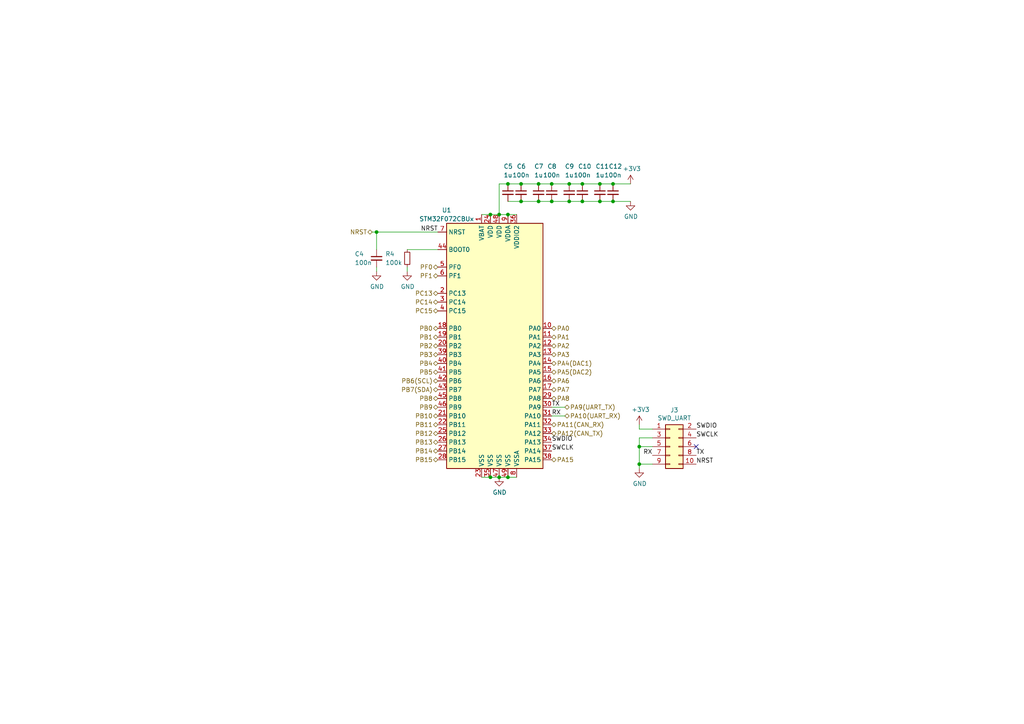
<source format=kicad_sch>
(kicad_sch (version 20211123) (generator eeschema)
  (paper "A4")
  (lib_symbols
    (symbol "Connector_Generic:Conn_02x05_Odd_Even" (pin_names (offset 1.016) hide)
      (property "Reference" "J" (at 1.27 7.62 0))
      (property "Value" "Conn_02x05_Odd_Even" (at 1.27 -7.62 0))
      (symbol "Conn_02x05_Odd_Even_1_1"
        (rectangle (start -1.27 -4.953) (end 0 -5.207) (stroke (width 0.1524)))
        (rectangle (start -1.27 -2.413) (end 0 -2.667) (stroke (width 0.1524)))
        (rectangle (start -1.27 0.127) (end 0 -0.127) (stroke (width 0.1524)))
        (rectangle (start -1.27 2.667) (end 0 2.413) (stroke (width 0.1524)))
        (rectangle (start -1.27 5.207) (end 0 4.953) (stroke (width 0.1524)))
        (rectangle (start -1.27 6.35) (end 3.81 -6.35) (stroke (width 0.254)) (fill (type background)))
        (rectangle (start 3.81 -4.953) (end 2.54 -5.207) (stroke (width 0.1524)))
        (rectangle (start 3.81 -2.413) (end 2.54 -2.667) (stroke (width 0.1524)))
        (rectangle (start 3.81 0.127) (end 2.54 -0.127) (stroke (width 0.1524)))
        (rectangle (start 3.81 2.667) (end 2.54 2.413) (stroke (width 0.1524)))
        (rectangle (start 3.81 5.207) (end 2.54 4.953) (stroke (width 0.1524)))
        (pin passive line (at -5.08 5.08 0) (length 3.81) (name "Pin_1") (number "1"))
        (pin passive line (at 7.62 -5.08 180) (length 3.81) (name "Pin_10") (number "10"))
        (pin passive line (at 7.62 5.08 180) (length 3.81) (name "Pin_2") (number "2"))
        (pin passive line (at -5.08 2.54 0) (length 3.81) (name "Pin_3") (number "3"))
        (pin passive line (at 7.62 2.54 180) (length 3.81) (name "Pin_4") (number "4"))
        (pin passive line (at -5.08 0 0) (length 3.81) (name "Pin_5") (number "5"))
        (pin passive line (at 7.62 0 180) (length 3.81) (name "Pin_6") (number "6"))
        (pin passive line (at -5.08 -2.54 0) (length 3.81) (name "Pin_7") (number "7"))
        (pin passive line (at 7.62 -2.54 180) (length 3.81) (name "Pin_8") (number "8"))
        (pin passive line (at -5.08 -5.08 0) (length 3.81) (name "Pin_9") (number "9"))
      )
    )
    (symbol "Device:C_Small" (pin_numbers hide) (pin_names (offset 0.254) hide)
      (property "Reference" "C" (at 0.254 1.778 0))
      (property "Value" "C_Small" (at 0.254 -2.032 0))
      (symbol "C_Small_0_1"
        (polyline (pts (xy -1.524 -0.508) (xy 1.524 -0.508)) (stroke (width 0.3302)))
        (polyline (pts (xy -1.524 0.508) (xy 1.524 0.508)) (stroke (width 0.3048)))
      )
      (symbol "C_Small_1_1"
        (pin passive line (at 0 2.54 270) (length 2.032) (name "~") (number "1"))
        (pin passive line (at 0 -2.54 90) (length 2.032) (name "~") (number "2"))
      )
    )
    (symbol "Device:R_Small" (pin_numbers hide) (pin_names (offset 0.254) hide)
      (property "Reference" "R" (at 0.762 0.508 0))
      (property "Value" "R_Small" (at 0.762 -1.016 0))
      (symbol "R_Small_0_1"
        (rectangle (start -0.762 1.778) (end 0.762 -1.778) (stroke (width 0.2032)))
      )
      (symbol "R_Small_1_1"
        (pin passive line (at 0 2.54 270) (length 0.762) (name "~") (number "1"))
        (pin passive line (at 0 -2.54 90) (length 0.762) (name "~") (number "2"))
      )
    )
    (symbol "MCU_ST_STM32F0:STM32F072CBUx"
      (property "Reference" "U" (at -15.24 36.83 0))
      (property "Value" "STM32F072CBUx" (at 7.62 36.83 0))
      (symbol "STM32F072CBUx_0_1"
        (rectangle (start -15.24 -35.56) (end 12.7 35.56) (stroke (width 0.254)) (fill (type background)))
      )
      (symbol "STM32F072CBUx_1_1"
        (pin power_in line (at -5.08 38.1 270) (length 2.54) (name "VBAT") (number "1"))
        (pin bidirectional line (at 15.24 5.08 180) (length 2.54) (name "PA0") (number "10"))
        (pin bidirectional line (at 15.24 2.54 180) (length 2.54) (name "PA1") (number "11"))
        (pin bidirectional line (at 15.24 0 180) (length 2.54) (name "PA2") (number "12"))
        (pin bidirectional line (at 15.24 -2.54 180) (length 2.54) (name "PA3") (number "13"))
        (pin bidirectional line (at 15.24 -5.08 180) (length 2.54) (name "PA4") (number "14"))
        (pin bidirectional line (at 15.24 -7.62 180) (length 2.54) (name "PA5") (number "15"))
        (pin bidirectional line (at 15.24 -10.16 180) (length 2.54) (name "PA6") (number "16"))
        (pin bidirectional line (at 15.24 -12.7 180) (length 2.54) (name "PA7") (number "17"))
        (pin bidirectional line (at -17.78 5.08 0) (length 2.54) (name "PB0") (number "18"))
        (pin bidirectional line (at -17.78 2.54 0) (length 2.54) (name "PB1") (number "19"))
        (pin bidirectional line (at -17.78 15.24 0) (length 2.54) (name "PC13") (number "2"))
        (pin bidirectional line (at -17.78 0 0) (length 2.54) (name "PB2") (number "20"))
        (pin bidirectional line (at -17.78 -20.32 0) (length 2.54) (name "PB10") (number "21"))
        (pin bidirectional line (at -17.78 -22.86 0) (length 2.54) (name "PB11") (number "22"))
        (pin power_in line (at -5.08 -38.1 90) (length 2.54) (name "VSS") (number "23"))
        (pin power_in line (at -2.54 38.1 270) (length 2.54) (name "VDD") (number "24"))
        (pin bidirectional line (at -17.78 -25.4 0) (length 2.54) (name "PB12") (number "25"))
        (pin bidirectional line (at -17.78 -27.94 0) (length 2.54) (name "PB13") (number "26"))
        (pin bidirectional line (at -17.78 -30.48 0) (length 2.54) (name "PB14") (number "27"))
        (pin bidirectional line (at -17.78 -33.02 0) (length 2.54) (name "PB15") (number "28"))
        (pin bidirectional line (at 15.24 -15.24 180) (length 2.54) (name "PA8") (number "29"))
        (pin bidirectional line (at -17.78 12.7 0) (length 2.54) (name "PC14") (number "3"))
        (pin bidirectional line (at 15.24 -17.78 180) (length 2.54) (name "PA9") (number "30"))
        (pin bidirectional line (at 15.24 -20.32 180) (length 2.54) (name "PA10") (number "31"))
        (pin bidirectional line (at 15.24 -22.86 180) (length 2.54) (name "PA11") (number "32"))
        (pin bidirectional line (at 15.24 -25.4 180) (length 2.54) (name "PA12") (number "33"))
        (pin bidirectional line (at 15.24 -27.94 180) (length 2.54) (name "PA13") (number "34"))
        (pin power_in line (at -2.54 -38.1 90) (length 2.54) (name "VSS") (number "35"))
        (pin power_in line (at 5.08 38.1 270) (length 2.54) (name "VDDIO2") (number "36"))
        (pin bidirectional line (at 15.24 -30.48 180) (length 2.54) (name "PA14") (number "37"))
        (pin bidirectional line (at 15.24 -33.02 180) (length 2.54) (name "PA15") (number "38"))
        (pin bidirectional line (at -17.78 -2.54 0) (length 2.54) (name "PB3") (number "39"))
        (pin bidirectional line (at -17.78 10.16 0) (length 2.54) (name "PC15") (number "4"))
        (pin bidirectional line (at -17.78 -5.08 0) (length 2.54) (name "PB4") (number "40"))
        (pin bidirectional line (at -17.78 -7.62 0) (length 2.54) (name "PB5") (number "41"))
        (pin bidirectional line (at -17.78 -10.16 0) (length 2.54) (name "PB6") (number "42"))
        (pin bidirectional line (at -17.78 -12.7 0) (length 2.54) (name "PB7") (number "43"))
        (pin input line (at -17.78 27.94 0) (length 2.54) (name "BOOT0") (number "44"))
        (pin bidirectional line (at -17.78 -15.24 0) (length 2.54) (name "PB8") (number "45"))
        (pin bidirectional line (at -17.78 -17.78 0) (length 2.54) (name "PB9") (number "46"))
        (pin power_in line (at 0 -38.1 90) (length 2.54) (name "VSS") (number "47"))
        (pin power_in line (at 0 38.1 270) (length 2.54) (name "VDD") (number "48"))
        (pin power_in line (at 2.54 -38.1 90) (length 2.54) (name "VSS") (number "49"))
        (pin input line (at -17.78 22.86 0) (length 2.54) (name "PF0") (number "5"))
        (pin input line (at -17.78 20.32 0) (length 2.54) (name "PF1") (number "6"))
        (pin input line (at -17.78 33.02 0) (length 2.54) (name "NRST") (number "7"))
        (pin power_in line (at 5.08 -38.1 90) (length 2.54) (name "VSSA") (number "8"))
        (pin power_in line (at 2.54 38.1 270) (length 2.54) (name "VDDA") (number "9"))
      )
    )
    (symbol "power:+3V3" (power) (pin_names (offset 0))
      (property "Value" "+3V3" (at 0 3.556 0))
      (symbol "+3V3_0_1"
        (polyline (pts (xy -0.762 1.27) (xy 0 2.54)))
        (polyline (pts (xy 0 0) (xy 0 2.54)))
        (polyline (pts (xy 0 2.54) (xy 0.762 1.27)))
      )
      (symbol "+3V3_1_1"
        (pin power_in line (at 0 0 90) (length 0) hide (name "+3V3") (number "1"))
      )
    )
    (symbol "power:GND" (power) (pin_names (offset 0))
      (property "Value" "GND" (at 0 -3.81 0))
      (symbol "GND_0_1"
        (polyline (pts (xy 0 0) (xy 0 -1.27) (xy 1.27 -1.27) (xy 0 -2.54) (xy -1.27 -1.27) (xy 0 -1.27)))
      )
      (symbol "GND_1_1"
        (pin power_in line (at 0 0 270) (length 0) hide (name "GND") (number "1"))
      )
    )
  )
  (junction (at 185.42 129.54))
  (junction (at 168.91 58.42))
  (junction (at 151.13 53.34))
  (junction (at 160.02 58.42))
  (junction (at 173.99 58.42))
  (junction (at 144.78 138.43))
  (junction (at 147.32 53.34))
  (junction (at 177.8 53.34))
  (junction (at 177.8 58.42))
  (junction (at 165.1 53.34))
  (junction (at 147.32 138.43))
  (junction (at 151.13 58.42))
  (junction (at 147.32 62.23))
  (junction (at 142.24 62.23))
  (junction (at 165.1 58.42))
  (junction (at 109.22 67.31))
  (junction (at 144.78 62.23))
  (junction (at 142.24 138.43))
  (junction (at 156.21 58.42))
  (junction (at 160.02 53.34))
  (junction (at 173.99 53.34))
  (junction (at 185.42 134.62))
  (junction (at 168.91 53.34))
  (junction (at 156.21 53.34))
  (no_connect (at 201.93 129.54))
  (wire (pts (xy 189.23 129.54) (xy 185.42 129.54)))
  (wire (pts (xy 163.83 120.65) (xy 160.02 120.65)))
  (wire (pts (xy 109.22 78.74) (xy 109.22 77.47)))
  (wire (pts (xy 173.99 53.34) (xy 168.91 53.34)))
  (wire (pts (xy 127 72.39) (xy 118.11 72.39)))
  (wire (pts (xy 165.1 58.42) (xy 168.91 58.42)))
  (wire (pts (xy 142.24 138.43) (xy 144.78 138.43)))
  (wire (pts (xy 156.21 58.42) (xy 160.02 58.42)))
  (wire (pts (xy 144.78 53.34) (xy 147.32 53.34)))
  (wire (pts (xy 151.13 58.42) (xy 156.21 58.42)))
  (wire (pts (xy 185.42 129.54) (xy 185.42 134.62)))
  (wire (pts (xy 156.21 53.34) (xy 151.13 53.34)))
  (wire (pts (xy 139.7 62.23) (xy 142.24 62.23)))
  (wire (pts (xy 185.42 124.46) (xy 189.23 124.46)))
  (wire (pts (xy 144.78 138.43) (xy 147.32 138.43)))
  (wire (pts (xy 151.13 53.34) (xy 147.32 53.34)))
  (wire (pts (xy 139.7 138.43) (xy 142.24 138.43)))
  (wire (pts (xy 107.95 67.31) (xy 109.22 67.31)))
  (wire (pts (xy 144.78 62.23) (xy 147.32 62.23)))
  (wire (pts (xy 109.22 67.31) (xy 109.22 72.39)))
  (wire (pts (xy 142.24 62.23) (xy 144.78 62.23)))
  (wire (pts (xy 168.91 58.42) (xy 173.99 58.42)))
  (wire (pts (xy 182.88 58.42) (xy 177.8 58.42)))
  (wire (pts (xy 185.42 134.62) (xy 185.42 135.89)))
  (wire (pts (xy 118.11 78.74) (xy 118.11 77.47)))
  (wire (pts (xy 165.1 53.34) (xy 160.02 53.34)))
  (wire (pts (xy 160.02 58.42) (xy 165.1 58.42)))
  (wire (pts (xy 177.8 53.34) (xy 173.99 53.34)))
  (wire (pts (xy 147.32 62.23) (xy 149.86 62.23)))
  (wire (pts (xy 163.83 118.11) (xy 160.02 118.11)))
  (wire (pts (xy 189.23 127) (xy 185.42 127)))
  (wire (pts (xy 168.91 53.34) (xy 165.1 53.34)))
  (wire (pts (xy 147.32 138.43) (xy 149.86 138.43)))
  (wire (pts (xy 144.78 62.23) (xy 144.78 53.34)))
  (wire (pts (xy 177.8 53.34) (xy 182.88 53.34)))
  (wire (pts (xy 160.02 53.34) (xy 156.21 53.34)))
  (wire (pts (xy 189.23 134.62) (xy 185.42 134.62)))
  (wire (pts (xy 173.99 58.42) (xy 177.8 58.42)))
  (wire (pts (xy 185.42 127) (xy 185.42 129.54)))
  (wire (pts (xy 127 67.31) (xy 109.22 67.31)))
  (wire (pts (xy 185.42 123.19) (xy 185.42 124.46)))
  (wire (pts (xy 147.32 58.42) (xy 151.13 58.42)))
  (label "TX" (at 201.93 132.08 0))
  (label "SWCLK" (at 160.02 130.81 0))
  (label "SWCLK" (at 201.93 127 0))
  (label "NRST" (at 127 67.31 180))
  (label "RX" (at 189.23 132.08 180))
  (label "SWDIO" (at 201.93 124.46 0))
  (label "NRST" (at 201.93 134.62 0))
  (label "RX" (at 160.02 120.65 0))
  (label "SWDIO" (at 160.02 128.27 0))
  (label "TX" (at 160.02 118.11 0))
  (hierarchical_label "PB4" (shape bidirectional) (at 127 105.41 180))
  (hierarchical_label "PC15" (shape bidirectional) (at 127 90.17 180))
  (hierarchical_label "PB12" (shape bidirectional) (at 127 125.73 180))
  (hierarchical_label "PB6(SCL)" (shape bidirectional) (at 127 110.49 180))
  (hierarchical_label "PA6" (shape bidirectional) (at 160.02 110.49 0))
  (hierarchical_label "PA1" (shape bidirectional) (at 160.02 97.79 0))
  (hierarchical_label "PB5" (shape bidirectional) (at 127 107.95 180))
  (hierarchical_label "PB13" (shape bidirectional) (at 127 128.27 180))
  (hierarchical_label "PF0" (shape bidirectional) (at 127 77.47 180))
  (hierarchical_label "PA12(CAN_TX)" (shape bidirectional) (at 160.02 125.73 0))
  (hierarchical_label "PA7" (shape bidirectional) (at 160.02 113.03 0))
  (hierarchical_label "PF1" (shape bidirectional) (at 127 80.01 180))
  (hierarchical_label "PB9" (shape bidirectional) (at 127 118.11 180))
  (hierarchical_label "PA15" (shape bidirectional) (at 160.02 133.35 0))
  (hierarchical_label "PC13" (shape bidirectional) (at 127 85.09 180))
  (hierarchical_label "PB14" (shape bidirectional) (at 127 130.81 180))
  (hierarchical_label "PB10" (shape bidirectional) (at 127 120.65 180))
  (hierarchical_label "PA9(UART_TX)" (shape bidirectional) (at 163.83 118.11 0))
  (hierarchical_label "PA8" (shape bidirectional) (at 160.02 115.57 0))
  (hierarchical_label "PB0" (shape bidirectional) (at 127 95.25 180))
  (hierarchical_label "PB11" (shape bidirectional) (at 127 123.19 180))
  (hierarchical_label "PC14" (shape bidirectional) (at 127 87.63 180))
  (hierarchical_label "PA3" (shape bidirectional) (at 160.02 102.87 0))
  (hierarchical_label "NRST" (shape bidirectional) (at 107.95 67.31 180))
  (hierarchical_label "PB2" (shape bidirectional) (at 127 100.33 180))
  (hierarchical_label "PA11(CAN_RX)" (shape bidirectional) (at 160.02 123.19 0))
  (hierarchical_label "PA2" (shape bidirectional) (at 160.02 100.33 0))
  (hierarchical_label "PB15" (shape bidirectional) (at 127 133.35 180))
  (hierarchical_label "PA5(DAC2)" (shape bidirectional) (at 160.02 107.95 0))
  (hierarchical_label "PA0" (shape bidirectional) (at 160.02 95.25 0))
  (hierarchical_label "PA4(DAC1)" (shape bidirectional) (at 160.02 105.41 0))
  (hierarchical_label "PB3" (shape bidirectional) (at 127 102.87 180))
  (hierarchical_label "PB7(SDA)" (shape bidirectional) (at 127 113.03 180))
  (hierarchical_label "PB8" (shape bidirectional) (at 127 115.57 180))
  (hierarchical_label "PB1" (shape bidirectional) (at 127 97.79 180))
  (hierarchical_label "PA10(UART_RX)" (shape bidirectional) (at 163.83 120.65 0))
  (symbol (lib_id "Device:R_Small") (at 118.11 74.93 0)
    (property "Reference" "R4" (at 111.76 73.66 0) (effects (justify left)))
    (property "Value" "100k" (at 111.76 76.2 0) (effects (justify left)))
    (property "Footprint" "Resistor_SMD:R_0603_1608Metric" (effects hide))
  )
  (symbol (lib_id "Device:C_Small") (at 147.32 55.88 0)
    (property "Reference" "C5" (at 146.05 48.26 0) (effects (justify left)))
    (property "Value" "1u" (at 146.05 50.8 0) (effects (justify left)))
    (property "Footprint" "Capacitor_SMD:C_0603_1608Metric" (effects hide))
  )
  (symbol (lib_id "Device:C_Small") (at 151.13 55.88 0)
    (property "Reference" "C6" (at 149.86 48.26 0) (effects (justify left)))
    (property "Value" "100n" (at 148.59 50.8 0) (effects (justify left)))
    (property "Footprint" "Capacitor_SMD:C_0603_1608Metric" (effects hide))
  )
  (symbol (lib_id "Device:C_Small") (at 156.21 55.88 0)
    (property "Reference" "C7" (at 154.94 48.26 0) (effects (justify left)))
    (property "Value" "1u" (at 154.94 50.8 0) (effects (justify left)))
    (property "Footprint" "Capacitor_SMD:C_0603_1608Metric" (effects hide))
  )
  (symbol (lib_id "Device:C_Small") (at 160.02 55.88 0)
    (property "Reference" "C8" (at 158.75 48.26 0) (effects (justify left)))
    (property "Value" "100n" (at 157.48 50.8 0) (effects (justify left)))
    (property "Footprint" "Capacitor_SMD:C_0603_1608Metric" (effects hide))
  )
  (symbol (lib_id "Device:C_Small") (at 165.1 55.88 0)
    (property "Reference" "C9" (at 163.83 48.26 0) (effects (justify left)))
    (property "Value" "1u" (at 163.83 50.8 0) (effects (justify left)))
    (property "Footprint" "Capacitor_SMD:C_0603_1608Metric" (effects hide))
  )
  (symbol (lib_id "Device:C_Small") (at 168.91 55.88 0)
    (property "Reference" "C10" (at 167.64 48.26 0) (effects (justify left)))
    (property "Value" "100n" (at 166.37 50.8 0) (effects (justify left)))
    (property "Footprint" "Capacitor_SMD:C_0603_1608Metric" (effects hide))
  )
  (symbol (lib_id "Device:C_Small") (at 173.99 55.88 0)
    (property "Reference" "C11" (at 172.72 48.26 0) (effects (justify left)))
    (property "Value" "1u" (at 172.72 50.8 0) (effects (justify left)))
    (property "Footprint" "Capacitor_SMD:C_0603_1608Metric" (effects hide))
  )
  (symbol (lib_id "Device:C_Small") (at 177.8 55.88 0)
    (property "Reference" "C12" (at 176.53 48.26 0) (effects (justify left)))
    (property "Value" "100n" (at 175.26 50.8 0) (effects (justify left)))
    (property "Footprint" "Capacitor_SMD:C_0603_1608Metric" (effects hide))
  )
  (symbol (lib_id "Device:C_Small") (at 109.22 74.93 0)
    (property "Reference" "C4" (at 102.87 73.66 0) (effects (justify left)))
    (property "Value" "100n" (at 102.87 76.2 0) (effects (justify left)))
    (property "Footprint" "Capacitor_SMD:C_0603_1608Metric" (effects hide))
  )
  (symbol (lib_id "Connector_Generic:Conn_02x05_Odd_Even") (at 194.31 129.54 0)
    (property "Reference" "J3" (at 195.58 118.9482 0))
    (property "Value" "SWD_UART" (at 195.58 121.2596 0))
    (property "Footprint" "Connector_PinHeader_1.27mm:PinHeader_2x05_P1.27mm_Vertical_SMD" (effects hide))
  )
  (symbol (lib_id "MCU_ST_STM32F0:STM32F072CBUx") (at 144.78 100.33 0)
    (property "Reference" "U1" (at 129.54 60.96 0))
    (property "Value" "STM32F072CBUx" (at 129.54 63.5 0))
    (property "Footprint" "Package_DFN_QFN:QFN-48-1EP_7x7mm_P0.5mm_EP5.6x5.6mm" (effects hide))
    (property "Datasheet" "http://www.st.com/st-web-ui/static/active/en/resource/technical/document/datasheet/DM00090510.pdf" (effects hide))
  )
  (symbol (lib_id "power:+3V3") (at 182.88 53.34 0)
    (property "Reference" "#PWR011" (effects hide))
    (property "Value" "+3V3" (at 183.261 48.9458 0))
  )
  (symbol (lib_id "power:GND") (at 182.88 58.42 0)
    (property "Reference" "#PWR012" (effects hide))
    (property "Value" "GND" (at 183.007 62.8142 0))
  )
  (symbol (lib_id "power:GND") (at 144.78 138.43 0)
    (property "Reference" "#PWR010" (effects hide))
    (property "Value" "GND" (at 144.907 142.8242 0))
  )
  (symbol (lib_id "power:GND") (at 109.22 78.74 0)
    (property "Reference" "#PWR08" (effects hide))
    (property "Value" "GND" (at 109.347 83.1342 0))
  )
  (symbol (lib_id "power:GND") (at 118.11 78.74 0)
    (property "Reference" "#PWR09" (effects hide))
    (property "Value" "GND" (at 118.237 83.1342 0))
  )
  (symbol (lib_id "power:+3V3") (at 185.42 123.19 0)
    (property "Reference" "#PWR013" (effects hide))
    (property "Value" "+3V3" (at 185.801 118.7958 0))
  )
  (symbol (lib_id "power:GND") (at 185.42 135.89 0)
    (property "Reference" "#PWR014" (effects hide))
    (property "Value" "GND" (at 185.547 140.2842 0))
  )
)
</source>
